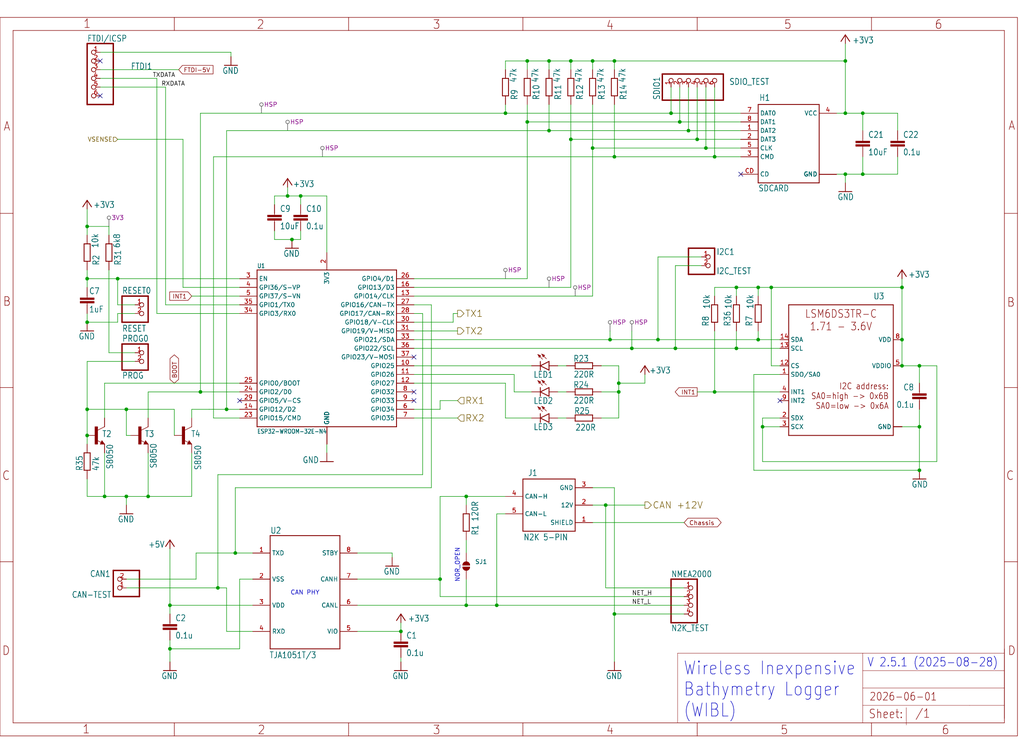
<source format=kicad_sch>
(kicad_sch (version 20250114) (generator "eeschema") (generator_version "9.0")
  (paper "User" 298.45 217.322)
  (text "Wireless Inexpensive\nBathymetry Logger\n(WIBL)" (at 199.136 209.55 0) (effects (font (size 3.81 3.2385)) (justify left bottom)))
  (text "V 2.5.1 (2025-08-28)" (at 252.73 194.818 0) (effects (font (size 2.54 2.159)) (justify left bottom)))
  (text "CAN PHY" (at 88.9 172.974 0) (effects (font (size 1.27 1.27))))
  (text "NOR_OPEN" (at 133.35 164.846 90) (effects (font (size 1.27 1.27))))
  (junction (at 83.82 57.15))
  (junction (at 179.07 179.07))
  (junction (at 196.85 101.6))
  (junction (at 85.09 69.85))
  (junction (at 267.97 124.46))
  (junction (at 177.8 99.06))
  (junction (at 191.77 99.06))
  (junction (at 262.89 106.68))
  (junction (at 25.4 81.28))
  (junction (at 262.89 99.06))
  (junction (at 200.66 38.1))
  (junction (at 179.07 45.72))
  (junction (at 25.4 127))
  (junction (at 43.18 144.78))
  (junction (at 153.67 35.56))
  (junction (at 214.63 101.6))
  (junction (at 63.5 171.45))
  (junction (at 184.15 101.6))
  (junction (at 166.37 17.78))
  (junction (at 128.27 168.91))
  (junction (at 153.67 17.78))
  (junction (at 176.53 147.32))
  (junction (at 68.58 161.29))
  (junction (at 251.46 50.8))
  (junction (at 25.4 119.38))
  (junction (at 198.12 35.56))
  (junction (at 135.89 144.78))
  (junction (at 246.38 50.8))
  (junction (at 166.37 40.64))
  (junction (at 220.98 99.06))
  (junction (at 203.2 40.64))
  (junction (at 172.72 43.18))
  (junction (at 58.42 114.3))
  (junction (at 267.97 106.68))
  (junction (at 195.58 33.02))
  (junction (at 180.34 111.76))
  (junction (at 224.79 83.82))
  (junction (at 144.78 176.53))
  (junction (at 49.53 189.23))
  (junction (at 267.97 137.16))
  (junction (at 36.83 119.38))
  (junction (at 222.25 124.46))
  (junction (at 180.34 114.3))
  (junction (at 87.63 57.15))
  (junction (at 25.4 66.04))
  (junction (at 172.72 17.78))
  (junction (at 208.28 114.3))
  (junction (at 36.83 144.78))
  (junction (at 214.63 83.82))
  (junction (at 66.04 119.38))
  (junction (at 25.4 93.98))
  (junction (at 160.02 17.78))
  (junction (at 205.74 43.18))
  (junction (at 34.29 81.28))
  (junction (at 251.46 33.02))
  (junction (at 262.89 83.82))
  (junction (at 160.02 38.1))
  (junction (at 147.32 33.02))
  (junction (at 135.89 176.53))
  (junction (at 246.38 33.02))
  (junction (at 179.07 17.78))
  (junction (at 208.28 45.72))
  (junction (at 49.53 176.53))
  (junction (at 220.98 83.82))
  (junction (at 30.48 144.78))
  (junction (at 246.38 17.78))
  (junction (at 116.84 184.15))
  (no_connect (at 227.33 116.84))
  (no_connect (at 120.65 114.3))
  (no_connect (at 120.65 116.84))
  (no_connect (at 215.9 50.8))
  (no_connect (at 120.65 104.14))
  (no_connect (at 29.21 27.94))
  (no_connect (at 29.21 17.78))
  (no_connect (at 69.85 116.84))
  (wire (pts (xy 214.63 101.6) (xy 227.33 101.6)) (stroke (width 0.1524)))
  (wire (pts (xy 34.29 91.44) (xy 34.29 93.98)) (stroke (width 0.1524)))
  (wire (pts (xy 196.85 77.47) (xy 196.85 101.6)) (stroke (width 0.1524)))
  (wire (pts (xy 133.35 121.92) (xy 120.65 121.92)) (stroke (width 0.1524)))
  (wire (pts (xy 220.98 99.06) (xy 227.33 99.06)) (stroke (width 0.1524)))
  (wire (pts (xy 30.48 111.76) (xy 69.85 111.76)) (stroke (width 0.1524)))
  (wire (pts (xy 246.38 17.78) (xy 246.38 33.02)) (stroke (width 0.1524)))
  (wire (pts (xy 25.4 129.54) (xy 25.4 127)) (stroke (width 0.1524)))
  (wire (pts (xy 69.85 88.9) (xy 48.26 88.9)) (stroke (width 0.1524)))
  (wire (pts (xy 133.35 96.52) (xy 120.65 96.52)) (stroke (width 0.1524)))
  (wire (pts (xy 63.5 138.43) (xy 63.5 171.45)) (stroke (width 0.1524)))
  (wire (pts (xy 34.29 81.28) (xy 69.85 81.28)) (stroke (width 0.1524)))
  (wire (pts (xy 262.89 106.68) (xy 262.89 99.06)) (stroke (width 0.1524)))
  (wire (pts (xy 162.56 106.68) (xy 165.1 106.68)) (stroke (width 0.1524)))
  (wire (pts (xy 66.04 171.45) (xy 66.04 184.15)) (stroke (width 0.1524)))
  (wire (pts (xy 195.58 25.4) (xy 195.58 33.02)) (stroke (width 0.1524)))
  (wire (pts (xy 36.83 127) (xy 36.83 119.38)) (stroke (width 0.1524)))
  (wire (pts (xy 166.37 17.78) (xy 172.72 17.78)) (stroke (width 0.1524)))
  (wire (pts (xy 123.19 138.43) (xy 63.5 138.43)) (stroke (width 0.1524)))
  (wire (pts (xy 153.67 17.78) (xy 160.02 17.78)) (stroke (width 0.1524)))
  (wire (pts (xy 199.39 179.07) (xy 179.07 179.07)) (stroke (width 0.1524)))
  (wire (pts (xy 199.39 173.99) (xy 128.27 173.99)) (stroke (width 0.1524)))
  (wire (pts (xy 172.72 17.78) (xy 179.07 17.78)) (stroke (width 0.1524)))
  (wire (pts (xy 29.21 25.4) (xy 48.26 25.4)) (stroke (width 0.1524)))
  (wire (pts (xy 43.18 132.08) (xy 43.18 144.78)) (stroke (width 0.1524)))
  (wire (pts (xy 144.78 149.86) (xy 147.32 149.86)) (stroke (width 0.1524)))
  (wire (pts (xy 246.38 33.02) (xy 243.84 33.02)) (stroke (width 0.1524)))
  (wire (pts (xy 66.04 184.15) (xy 73.66 184.15)) (stroke (width 0.1524)))
  (wire (pts (xy 147.32 17.78) (xy 153.67 17.78)) (stroke (width 0.1524)))
  (wire (pts (xy 198.12 25.4) (xy 198.12 35.56)) (stroke (width 0.1524)))
  (wire (pts (xy 104.14 176.53) (xy 135.89 176.53)) (stroke (width 0.1524)))
  (wire (pts (xy 125.73 88.9) (xy 120.65 88.9)) (stroke (width 0.1524)))
  (wire (pts (xy 172.72 43.18) (xy 205.74 43.18)) (stroke (width 0.1524)))
  (wire (pts (xy 87.63 59.69) (xy 87.63 57.15)) (stroke (width 0.1524)))
  (wire (pts (xy 30.48 121.92) (xy 30.48 111.76)) (stroke (width 0.1524)))
  (wire (pts (xy 114.3 161.29) (xy 114.3 162.56)) (stroke (width 0.1524)))
  (wire (pts (xy 29.21 20.32) (xy 52.07 20.32)) (stroke (width 0.1524)))
  (wire (pts (xy 208.28 96.52) (xy 208.28 114.3)) (stroke (width 0.1524)))
  (wire (pts (xy 43.18 114.3) (xy 43.18 121.92)) (stroke (width 0.1524)))
  (wire (pts (xy 125.73 142.24) (xy 125.73 88.9)) (stroke (width 0.1524)))
  (wire (pts (xy 85.09 69.85) (xy 87.63 69.85)) (stroke (width 0.1524)))
  (wire (pts (xy 220.98 83.82) (xy 224.79 83.82)) (stroke (width 0.1524)))
  (wire (pts (xy 116.84 184.15) (xy 116.84 181.61)) (stroke (width 0.1524)))
  (wire (pts (xy 80.01 67.31) (xy 80.01 69.85)) (stroke (width 0.1524)))
  (wire (pts (xy 208.28 83.82) (xy 208.28 86.36)) (stroke (width 0.1524)))
  (wire (pts (xy 191.77 74.93) (xy 191.77 99.06)) (stroke (width 0.1524)))
  (wire (pts (xy 176.53 147.32) (xy 176.53 171.45)) (stroke (width 0.1524)))
  (wire (pts (xy 120.65 83.82) (xy 166.37 83.82)) (stroke (width 0.1524)))
  (wire (pts (xy 273.05 106.68) (xy 267.97 106.68)) (stroke (width 0.1524)))
  (wire (pts (xy 179.07 179.07) (xy 179.07 193.04)) (stroke (width 0.1524)))
  (wire (pts (xy 49.53 189.23) (xy 49.53 193.04)) (stroke (width 0.1524)))
  (wire (pts (xy 135.89 176.53) (xy 144.78 176.53)) (stroke (width 0.1524)))
  (wire (pts (xy 25.4 139.7) (xy 25.4 144.78)) (stroke (width 0.1524)))
  (wire (pts (xy 160.02 30.48) (xy 160.02 38.1)) (stroke (width 0.1524)))
  (wire (pts (xy 262.89 99.06) (xy 262.89 83.82)) (stroke (width 0.1524)))
  (wire (pts (xy 246.38 50.8) (xy 251.46 50.8)) (stroke (width 0.1524)))
  (wire (pts (xy 160.02 38.1) (xy 200.66 38.1)) (stroke (width 0.1524)))
  (wire (pts (xy 200.66 38.1) (xy 215.9 38.1)) (stroke (width 0.1524)))
  (wire (pts (xy 104.14 161.29) (xy 114.3 161.29)) (stroke (width 0.1524)))
  (wire (pts (xy 25.4 127) (xy 25.4 119.38)) (stroke (width 0.1524)))
  (wire (pts (xy 261.62 50.8) (xy 261.62 45.72)) (stroke (width 0.1524)))
  (wire (pts (xy 220.98 99.06) (xy 191.77 99.06)) (stroke (width 0.1524)))
  (wire (pts (xy 172.72 147.32) (xy 176.53 147.32)) (stroke (width 0.1524)))
  (wire (pts (xy 267.97 119.38) (xy 267.97 124.46)) (stroke (width 0.1524)))
  (wire (pts (xy 205.74 25.4) (xy 205.74 43.18)) (stroke (width 0.1524)))
  (wire (pts (xy 87.63 69.85) (xy 87.63 67.31)) (stroke (width 0.1524)))
  (wire (pts (xy 227.33 109.22) (xy 219.71 109.22)) (stroke (width 0.1524)))
  (wire (pts (xy 179.07 45.72) (xy 208.28 45.72)) (stroke (width 0.1524)))
  (wire (pts (xy 246.38 33.02) (xy 251.46 33.02)) (stroke (width 0.1524)))
  (wire (pts (xy 36.83 144.78) (xy 30.48 144.78)) (stroke (width 0.1524)))
  (wire (pts (xy 273.05 134.62) (xy 273.05 106.68)) (stroke (width 0.1524)))
  (wire (pts (xy 180.34 121.92) (xy 175.26 121.92)) (stroke (width 0.1524)))
  (wire (pts (xy 180.34 111.76) (xy 187.96 111.76)) (stroke (width 0.1524)))
  (wire (pts (xy 135.89 168.91) (xy 135.89 176.53)) (stroke (width 0.1524)))
  (wire (pts (xy 147.32 111.76) (xy 120.65 111.76)) (stroke (width 0.1524)))
  (wire (pts (xy 177.8 99.06) (xy 191.77 99.06)) (stroke (width 0.1524)))
  (wire (pts (xy 208.28 45.72) (xy 215.9 45.72)) (stroke (width 0.1524)))
  (wire (pts (xy 30.48 144.78) (xy 25.4 144.78)) (stroke (width 0.1524)))
  (wire (pts (xy 80.01 59.69) (xy 80.01 57.15)) (stroke (width 0.1524)))
  (wire (pts (xy 43.18 144.78) (xy 36.83 144.78)) (stroke (width 0.1524)))
  (wire (pts (xy 179.07 30.48) (xy 179.07 45.72)) (stroke (width 0.1524)))
  (wire (pts (xy 60.96 119.38) (xy 66.04 119.38)) (stroke (width 0.1524)))
  (wire (pts (xy 222.25 124.46) (xy 222.25 134.62)) (stroke (width 0.1524)))
  (wire (pts (xy 57.15 161.29) (xy 57.15 168.91)) (stroke (width 0.1524)))
  (wire (pts (xy 25.4 66.04) (xy 25.4 60.96)) (stroke (width 0.1524)))
  (wire (pts (xy 267.97 137.16) (xy 219.71 137.16)) (stroke (width 0.1524)))
  (wire (pts (xy 219.71 137.16) (xy 219.71 109.22)) (stroke (width 0.1524)))
  (wire (pts (xy 246.38 50.8) (xy 246.38 53.34)) (stroke (width 0.1524)))
  (wire (pts (xy 62.23 121.92) (xy 69.85 121.92)) (stroke (width 0.1524)))
  (wire (pts (xy 261.62 33.02) (xy 261.62 38.1)) (stroke (width 0.1524)))
  (wire (pts (xy 214.63 101.6) (xy 214.63 96.52)) (stroke (width 0.1524)))
  (wire (pts (xy 267.97 137.16) (xy 267.97 124.46)) (stroke (width 0.1524)))
  (wire (pts (xy 39.37 102.87) (xy 31.75 102.87)) (stroke (width 0.1524)))
  (wire (pts (xy 180.34 111.76) (xy 180.34 114.3)) (stroke (width 0.1524)))
  (wire (pts (xy 83.82 57.15) (xy 87.63 57.15)) (stroke (width 0.1524)))
  (wire (pts (xy 184.15 96.52) (xy 184.15 101.6)))
  (wire (pts (xy 153.67 35.56) (xy 198.12 35.56)) (stroke (width 0.1524)))
  (wire (pts (xy 172.72 43.18) (xy 172.72 86.36)) (stroke (width 0.1524)))
  (wire (pts (xy 34.29 93.98) (xy 25.4 93.98)) (stroke (width 0.1524)))
  (wire (pts (xy 214.63 101.6) (xy 196.85 101.6)) (stroke (width 0.1524)))
  (wire (pts (xy 147.32 20.32) (xy 147.32 17.78)) (stroke (width 0.1524)))
  (wire (pts (xy 135.89 144.78) (xy 147.32 144.78)) (stroke (width 0.1524)))
  (wire (pts (xy 128.27 116.84) (xy 128.27 119.38)) (stroke (width 0.1524)))
  (wire (pts (xy 53.34 40.64) (xy 53.34 83.82)))
  (wire (pts (xy 55.88 119.38) (xy 60.96 119.38)))
  (wire (pts (xy 83.82 54.61) (xy 83.82 57.15)) (stroke (width 0.1524)))
  (wire (pts (xy 267.97 106.68) (xy 262.89 106.68)) (stroke (width 0.1524)))
  (wire (pts (xy 214.63 83.82) (xy 220.98 83.82)) (stroke (width 0.1524)))
  (wire (pts (xy 227.33 124.46) (xy 222.25 124.46)) (stroke (width 0.1524)))
  (wire (pts (xy 172.72 142.24) (xy 179.07 142.24)) (stroke (width 0.1524)))
  (wire (pts (xy 175.26 114.3) (xy 180.34 114.3)) (stroke (width 0.1524)))
  (wire (pts (xy 208.28 114.3) (xy 203.2 114.3)) (stroke (width 0.1524)))
  (wire (pts (xy 177.8 96.52) (xy 177.8 99.06)) (stroke (width 0.1524)))
  (wire (pts (xy 204.47 77.47) (xy 196.85 77.47)) (stroke (width 0.1524)))
  (wire (pts (xy 80.01 69.85) (xy 85.09 69.85)) (stroke (width 0.1524)))
  (wire (pts (xy 128.27 144.78) (xy 135.89 144.78)) (stroke (width 0.1524)))
  (wire (pts (xy 25.4 91.44) (xy 25.4 93.98)) (stroke (width 0.1524)))
  (wire (pts (xy 31.75 66.04) (xy 25.4 66.04)) (stroke (width 0.1524)))
  (wire (pts (xy 166.37 40.64) (xy 203.2 40.64)) (stroke (width 0.1524)))
  (wire (pts (xy 30.48 132.08) (xy 30.48 144.78)) (stroke (width 0.1524)))
  (wire (pts (xy 208.28 25.4) (xy 208.28 45.72)) (stroke (width 0.1524)))
  (wire (pts (xy 208.28 114.3) (xy 227.33 114.3)) (stroke (width 0.1524)))
  (wire (pts (xy 68.58 161.29) (xy 57.15 161.29)) (stroke (width 0.1524)))
  (wire (pts (xy 43.18 114.3) (xy 58.42 114.3)) (stroke (width 0.1524)))
  (wire (pts (xy 267.97 111.76) (xy 267.97 106.68)) (stroke (width 0.1524)))
  (wire (pts (xy 25.4 119.38) (xy 25.4 105.41)) (stroke (width 0.1524)))
  (wire (pts (xy 68.58 161.29) (xy 73.66 161.29)) (stroke (width 0.1524)))
  (wire (pts (xy 199.39 176.53) (xy 144.78 176.53)) (stroke (width 0.1524)))
  (wire (pts (xy 104.14 168.91) (xy 128.27 168.91)) (stroke (width 0.1524)))
  (wire (pts (xy 25.4 81.28) (xy 25.4 83.82)) (stroke (width 0.1524)))
  (wire (pts (xy 50.8 127) (xy 50.8 119.38)) (stroke (width 0.1524)))
  (wire (pts (xy 166.37 20.32) (xy 166.37 17.78)) (stroke (width 0.1524)))
  (wire (pts (xy 120.65 99.06) (xy 177.8 99.06)) (stroke (width 0.1524)))
  (wire (pts (xy 220.98 86.36) (xy 220.98 83.82)) (stroke (width 0.1524)))
  (wire (pts (xy 66.04 38.1) (xy 160.02 38.1)) (stroke (width 0.1524)))
  (wire (pts (xy 162.56 121.92) (xy 165.1 121.92)) (stroke (width 0.1524)))
  (wire (pts (xy 36.83 147.32) (xy 36.83 144.78)) (stroke (width 0.1524)))
  (wire (pts (xy 262.89 83.82) (xy 224.79 83.82)) (stroke (width 0.1524)))
  (wire (pts (xy 267.97 124.46) (xy 262.89 124.46)) (stroke (width 0.1524)))
  (wire (pts (xy 214.63 86.36) (xy 214.63 83.82)) (stroke (width 0.1524)))
  (wire (pts (xy 199.39 171.45) (xy 176.53 171.45)) (stroke (width 0.1524)))
  (wire (pts (xy 34.29 40.64) (xy 53.34 40.64)))
  (wire (pts (xy 224.79 106.68) (xy 224.79 83.82)) (stroke (width 0.1524)))
  (wire (pts (xy 220.98 99.06) (xy 220.98 96.52)) (stroke (width 0.1524)))
  (wire (pts (xy 204.47 74.93) (xy 191.77 74.93)) (stroke (width 0.1524)))
  (wire (pts (xy 48.26 25.4) (xy 48.26 88.9)) (stroke (width 0.1524)))
  (wire (pts (xy 147.32 121.92) (xy 147.32 111.76)) (stroke (width 0.1524)))
  (wire (pts (xy 69.85 91.44) (xy 45.72 91.44)) (stroke (width 0.1524)))
  (wire (pts (xy 116.84 193.04) (xy 116.84 191.77)) (stroke (width 0.1524)))
  (wire (pts (xy 147.32 30.48) (xy 147.32 33.02)) (stroke (width 0.1524)))
  (wire (pts (xy 87.63 57.15) (xy 95.25 57.15)) (stroke (width 0.1524)))
  (wire (pts (xy 43.18 144.78) (xy 55.88 144.78)) (stroke (width 0.1524)))
  (wire (pts (xy 251.46 33.02) (xy 261.62 33.02)) (stroke (width 0.1524)))
  (wire (pts (xy 175.26 106.68) (xy 180.34 106.68)) (stroke (width 0.1524)))
  (wire (pts (xy 36.83 119.38) (xy 25.4 119.38)) (stroke (width 0.1524)))
  (wire (pts (xy 135.89 157.48) (xy 135.89 161.29)) (stroke (width 0.1524)))
  (wire (pts (xy 135.89 147.32) (xy 135.89 144.78)) (stroke (width 0.1524)))
  (wire (pts (xy 132.08 93.98) (xy 120.65 93.98)) (stroke (width 0.1524)))
  (wire (pts (xy 58.42 114.3) (xy 58.42 33.02)) (stroke (width 0.1524)))
  (wire (pts (xy 49.53 186.69) (xy 49.53 189.23)) (stroke (width 0.1524)))
  (wire (pts (xy 36.83 119.38) (xy 50.8 119.38)) (stroke (width 0.1524)))
  (wire (pts (xy 39.37 91.44) (xy 34.29 91.44)) (stroke (width 0.1524)))
  (wire (pts (xy 62.23 45.72) (xy 179.07 45.72)) (stroke (width 0.1524)))
  (wire (pts (xy 128.27 119.38) (xy 120.65 119.38)) (stroke (width 0.1524)))
  (wire (pts (xy 104.14 184.15) (xy 116.84 184.15)) (stroke (width 0.1524)))
  (wire (pts (xy 68.58 142.24) (xy 68.58 161.29)) (stroke (width 0.1524)))
  (wire (pts (xy 49.53 176.53) (xy 73.66 176.53)) (stroke (width 0.1524)))
  (wire (pts (xy 25.4 78.74) (xy 25.4 81.28)) (stroke (width 0.1524)))
  (wire (pts (xy 166.37 40.64) (xy 166.37 83.82)) (stroke (width 0.1524)))
  (wire (pts (xy 166.37 30.48) (xy 166.37 40.64)) (stroke (width 0.1524)))
  (wire (pts (xy 128.27 168.91) (xy 128.27 144.78)) (stroke (width 0.1524)))
  (wire (pts (xy 69.85 168.91) (xy 69.85 189.23)) (stroke (width 0.1524)))
  (wire (pts (xy 69.85 86.36) (xy 55.88 86.36)) (stroke (width 0.1524)))
  (wire (pts (xy 180.34 114.3) (xy 180.34 121.92)) (stroke (width 0.1524)))
  (wire (pts (xy 222.25 134.62) (xy 273.05 134.62)) (stroke (width 0.1524)))
  (wire (pts (xy 149.86 109.22) (xy 149.86 114.3)) (stroke (width 0.1524)))
  (wire (pts (xy 227.33 106.68) (xy 224.79 106.68)) (stroke (width 0.1524)))
  (wire (pts (xy 120.65 81.28) (xy 153.67 81.28)) (stroke (width 0.1524)))
  (wire (pts (xy 144.78 176.53) (xy 144.78 149.86)) (stroke (width 0.1524)))
  (wire (pts (xy 153.67 30.48) (xy 153.67 35.56)) (stroke (width 0.1524)))
  (wire (pts (xy 125.73 142.24) (xy 68.58 142.24)) (stroke (width 0.1524)))
  (wire (pts (xy 39.37 88.9) (xy 34.29 88.9)) (stroke (width 0.1524)))
  (wire (pts (xy 73.66 168.91) (xy 69.85 168.91)) (stroke (width 0.1524)))
  (wire (pts (xy 29.21 22.86) (xy 45.72 22.86)) (stroke (width 0.1524)))
  (wire (pts (xy 262.89 83.82) (xy 262.89 81.28)) (stroke (width 0.1524)))
  (wire (pts (xy 187.96 111.76) (xy 187.96 109.22)) (stroke (width 0.1524)))
  (wire (pts (xy 49.53 189.23) (xy 69.85 189.23)) (stroke (width 0.1524)))
  (wire (pts (xy 128.27 116.84) (xy 133.35 116.84)) (stroke (width 0.1524)))
  (wire (pts (xy 34.29 81.28) (xy 25.4 81.28)) (stroke (width 0.1524)))
  (wire (pts (xy 36.83 171.45) (xy 63.5 171.45)) (stroke (width 0.1524)))
  (wire (pts (xy 154.94 106.68) (xy 120.65 106.68)) (stroke (width 0.1524)))
  (wire (pts (xy 222.25 121.92) (xy 222.25 124.46)) (stroke (width 0.1524)))
  (wire (pts (xy 179.07 142.24) (xy 179.07 179.07)) (stroke (width 0.1524)))
  (wire (pts (xy 198.12 35.56) (xy 215.9 35.56)) (stroke (width 0.1524)))
  (wire (pts (xy 63.5 171.45) (xy 66.04 171.45)) (stroke (width 0.1524)))
  (wire (pts (xy 246.38 17.78) (xy 246.38 12.7)) (stroke (width 0.1524)))
  (wire (pts (xy 132.08 91.44) (xy 133.35 91.44)) (stroke (width 0.1524)))
  (wire (pts (xy 162.56 114.3) (xy 165.1 114.3)) (stroke (width 0.1524)))
  (wire (pts (xy 69.85 119.38) (xy 66.04 119.38)) (stroke (width 0.1524)))
  (wire (pts (xy 214.63 83.82) (xy 208.28 83.82)) (stroke (width 0.1524)))
  (wire (pts (xy 123.19 138.43) (xy 123.19 91.44)) (stroke (width 0.1524)))
  (wire (pts (xy 205.74 43.18) (xy 215.9 43.18)) (stroke (width 0.1524)))
  (wire (pts (xy 251.46 50.8) (xy 261.62 50.8)) (stroke (width 0.1524)))
  (wire (pts (xy 153.67 35.56) (xy 153.67 81.28)) (stroke (width 0.1524)))
  (wire (pts (xy 160.02 17.78) (xy 166.37 17.78)) (stroke (width 0.1524)))
  (wire (pts (xy 172.72 30.48) (xy 172.72 43.18)) (stroke (width 0.1524)))
  (wire (pts (xy 243.84 50.8) (xy 246.38 50.8)) (stroke (width 0.1524)))
  (wire (pts (xy 55.88 132.08) (xy 55.88 144.78)) (stroke (width 0.1524)))
  (wire (pts (xy 123.19 91.44) (xy 120.65 91.44)) (stroke (width 0.1524)))
  (wire (pts (xy 57.15 168.91) (xy 36.83 168.91)) (stroke (width 0.1524)))
  (wire (pts (xy 184.15 101.6) (xy 196.85 101.6)) (stroke (width 0.1524)))
  (wire (pts (xy 69.85 114.3) (xy 58.42 114.3)) (stroke (width 0.1524)))
  (wire (pts (xy 203.2 25.4) (xy 203.2 40.64)) (stroke (width 0.1524)))
  (wire (pts (xy 195.58 33.02) (xy 215.9 33.02)) (stroke (width 0.1524)))
  (wire (pts (xy 179.07 17.78) (xy 246.38 17.78)) (stroke (width 0.1524)))
  (wire (pts (xy 120.65 86.36) (xy 172.72 86.36)) (stroke (width 0.1524)))
  (wire (pts (xy 69.85 83.82) (xy 53.34 83.82)) (stroke (width 0.1524)))
  (wire (pts (xy 153.67 20.32) (xy 153.67 17.78)) (stroke (width 0.1524)))
  (wire (pts (xy 180.34 106.68) (xy 180.34 111.76)) (stroke (width 0.1524)))
  (wire (pts (xy 31.75 102.87) (xy 31.75 78.74)) (stroke (width 0.1524)))
  (wire (pts (xy 147.32 33.02) (xy 195.58 33.02)) (stroke (width 0.1524)))
  (wire (pts (xy 160.02 20.32) (xy 160.02 17.78)) (stroke (width 0.1524)))
  (wire (pts (xy 55.88 121.92) (xy 55.88 119.38)))
  (wire (pts (xy 120.65 101.6) (xy 184.15 101.6)))
  (wire (pts (xy 172.72 20.32) (xy 172.72 17.78)) (stroke (width 0.1524)))
  (wire (pts (xy 199.39 152.4) (xy 172.72 152.4)))
  (wire (pts (xy 67.31 15.24) (xy 67.31 16.51)) (stroke (width 0.1524)))
  (wire (pts (xy 147.32 121.92) (xy 154.94 121.92)) (stroke (width 0.1524)))
  (wire (pts (xy 251.46 45.72) (xy 251.46 50.8)) (stroke (width 0.1524)))
  (wire (pts (xy 132.08 91.44) (xy 132.08 93.98)) (stroke (width 0.1524)))
  (wire (pts (xy 45.72 22.86) (xy 45.72 91.44)) (stroke (width 0.1524)))
  (wire (pts (xy 128.27 173.99) (xy 128.27 168.91)) (stroke (width 0.1524)))
  (wire (pts (xy 25.4 105.41) (xy 39.37 105.41)) (stroke (width 0.1524)))
  (wire (pts (xy 31.75 68.58) (xy 31.75 66.04)) (stroke (width 0.1524)))
  (wire (pts (xy 49.53 176.53) (xy 49.53 160.02)) (stroke (width 0.1524)))
  (wire (pts (xy 25.4 68.58) (xy 25.4 66.04)) (stroke (width 0.1524)))
  (wire (pts (xy 179.07 20.32) (xy 179.07 17.78)) (stroke (width 0.1524)))
  (wire (pts (xy 66.04 119.38) (xy 66.04 38.1)) (stroke (width 0.1524)))
  (wire (pts (xy 58.42 33.02) (xy 147.32 33.02)) (stroke (width 0.1524)))
  (wire (pts (xy 80.01 57.15) (xy 83.82 57.15)) (stroke (width 0.1524)))
  (wire (pts (xy 176.53 147.32) (xy 187.96 147.32)) (stroke (width 0.1524)))
  (wire (pts (xy 227.33 121.92) (xy 222.25 121.92)) (stroke (width 0.1524)))
  (wire (pts (xy 95.25 132.08) (xy 95.25 129.54)) (stroke (width 0.1524)))
  (wire (pts (xy 29.21 15.24) (xy 67.31 15.24)))
  (wire (pts (xy 62.23 45.72) (xy 62.23 121.92)) (stroke (width 0.1524)))
  (wire (pts (xy 49.53 179.07) (xy 49.53 176.53)) (stroke (width 0.1524)))
  (wire (pts (xy 203.2 40.64) (xy 215.9 40.64)) (stroke (width 0.1524)))
  (wire (pts (xy 36.83 127) (xy 38.1 127)) (stroke (width 0.1524)))
  (wire (pts (xy 200.66 25.4) (xy 200.66 38.1)) (stroke (width 0.1524)))
  (wire (pts (xy 149.86 114.3) (xy 154.94 114.3)) (stroke (width 0.1524)))
  (wire (pts (xy 95.25 57.15) (xy 95.25 73.66)) (stroke (width 0.1524)))
  (wire (pts (xy 251.46 38.1) (xy 251.46 33.02)) (stroke (width 0.1524)))
  (wire (pts (xy 34.29 88.9) (xy 34.29 81.28)) (stroke (width 0.1524)))
  (wire (pts (xy 149.86 109.22) (xy 120.65 109.22)) (stroke (width 0.1524)))
  (label "RXDATA" (at 46.99 25.4 0) (effects (font (size 1.2446 1.2446))))
  (label "TXDATA" (at 44.45 22.86 0) (effects (font (size 1.2446 1.2446))))
  (label "NET_H" (at 184.15 173.99 0))
  (label "NET_L" (at 184.15 176.53 0))
  (global_label "INT1" (shape input) (at 55.88 86.36 180) (effects (font (size 1.2446 1.2446))) (property "Intersheetrefs" "${INTERSHEET_REFS}" (effects (hide yes))))
  (global_label "INT1" (shape output) (at 203.2 114.3 180) (effects (font (size 1.2446 1.2446))) (property "Intersheetrefs" "${INTERSHEET_REFS}" (effects (hide yes))))
  (global_label "BOOT" (shape bidirectional) (at 50.8 111.76 90) (effects (font (size 1.2446 1.2446))) (property "Intersheetrefs" "${INTERSHEET_REFS}" (effects (hide yes))))
  (global_label "Chassis" (shape bidirectional) (at 199.39 152.4 0) (property "Intersheetrefs" "${INTERSHEET_REFS}" (effects (hide yes))))
  (global_label "FTDI-5V" (shape input) (at 52.07 20.32 0) (effects (font (size 1.2446 1.2446))) (property "Intersheetrefs" "${INTERSHEET_REFS}" (effects (hide yes))))
  (hierarchical_label "TX1" (shape output) (at 133.35 91.44 0) (effects (font (size 1.905 1.905))))
  (hierarchical_label "RX1" (shape input) (at 133.35 116.84 0) (effects (font (size 1.905 1.905))))
  (hierarchical_label "RX2" (shape input) (at 133.35 121.92 0) (effects (font (size 1.905 1.905))))
  (hierarchical_label "CAN +12V" (shape output) (at 187.96 147.32 0) (effects (font (size 1.905 1.905))))
  (hierarchical_label "TX2" (shape output) (at 133.35 96.52 0) (effects (font (size 1.905 1.905))))
  (hierarchical_label "VSENSE" (shape input) (at 34.29 40.64 180))
  (netclass_flag "" (length 2.54) (shape round) (at 160.02 83.82 0) (property "Netclass" "HSP" (at 160.7185 81.28 0) (effects (justify left))))
  (netclass_flag "" (length 2.54) (shape round) (at 93.98 45.72 0) (property "Netclass" "HSP" (at 94.6785 43.18 0) (effects (justify left))))
  (netclass_flag "" (length 2.54) (shape round) (at 83.82 38.1 0) (property "Netclass" "HSP" (at 84.5185 35.56 0) (effects (justify left))))
  (netclass_flag "" (length 2.54) (shape round) (at 31.75 66.04 0) (property "Netclass" "3V3" (at 32.4485 63.5 0) (effects (justify left))))
  (netclass_flag "" (length 2.54) (shape round) (at 177.8 96.52 0) (property "Netclass" "HSP" (at 178.4985 93.98 0) (effects (justify left))))
  (netclass_flag "" (length 2.54) (shape round) (at 167.64 86.36 0) (property "Netclass" "HSP" (at 168.3385 83.82 0) (effects (justify left))))
  (netclass_flag "" (length 2.54) (shape round) (at 76.2 33.02 0) (property "Netclass" "HSP" (at 76.8985 30.48 0) (effects (justify left))))
  (netclass_flag "" (length 2.54) (shape round) (at 184.15 96.52 0) (property "Netclass" "HSP" (at 184.8485 93.98 0) (effects (justify left))))
  (netclass_flag "" (length 2.54) (shape round) (at 147.32 81.28 0) (property "Netclass" "HSP" (at 148.0185 78.74 0) (effects (justify left))))
  (symbol (lib_id "WIBL-eagle-import:rcl_R-EU_R0805") (at 214.63 91.44 270) (mirror x) (unit 1)
    (property "Reference" "R36" (at 211.0486 95.25 0) (effects (font (size 1.778 1.5113)) (justify left bottom)))
    (property "Value" "10k" (at 211.328 90.17 0) (effects (font (size 1.778 1.5113)) (justify left bottom)))
    (property "Footprint" "WIBL:R0805_334" (effects (hide yes)))
    (property "Description" "Chip Resistor ±1% 0.125W, 1/8W  0805 (1012 Metric)" (effects (hide yes)))
  )
  (symbol (lib_id "WIBL-eagle-import:sb2030_logger_ESP32-WROOM-32E") (at 95.25 101.6 0) (unit 1)
    (property "Reference" "U1" (at 74.93 78.232 0) (effects (font (size 1.27 1.0795)) (justify left bottom)))
    (property "Value" "ESP32-WROOM-32E-N4" (at 74.93 126.492 0) (effects (font (size 1.27 1.0795)) (justify left bottom)))
    (property "Footprint" "WIBL:ESPS32-WROOM-32E" (effects (hide yes)))
    (property "Description" "2.4 GHz Wi-Fi + Bluetooth + Bluetooth LE module" (effects (hide yes)))
    (property "Package" "SMD,18x25.5mm" (effects (hide yes)))
    (property "Mfr" "ESPRESSIF" (effects (hide yes)))
    (property "MPNum" "ESP32-WROOM-32E-N4" (effects (hide yes)))
    (property "SPNum" "C701341" (effects (hide yes)))
    (property "Supplier" "LCSC" (effects (hide yes)))
  )
  (symbol (lib_id "WIBL-eagle-import:rcl_R-EU_R0805") (at 170.18 121.92 180) (unit 1)
    (property "Reference" "R25" (at 171.958 118.872 0) (effects (font (size 1.778 1.5113)) (justify left bottom)))
    (property "Value" "220R" (at 173.736 123.698 0) (effects (font (size 1.778 1.5113)) (justify left bottom)))
    (property "Footprint" "WIBL:R0805_334" (effects (hide yes)))
    (property "Description" "Chip Resistor ±1% 0.125W, 1/8W  0805 (1012 Metric)" (effects (hide yes)))
  )
  (symbol (lib_id "WIBL-eagle-import:supply1_GND") (at 85.09 72.39 0) (unit 1)
    (property "Reference" "#GND011" (effects (hide yes)))
    (property "Value" "GND" (at 82.55 74.93 0) (effects (font (size 1.778 1.5113)) (justify left bottom)))
    (property "Description" "SUPPLY SYMBOL" (effects (hide yes)))
  )
  (symbol (lib_id "WIBL-eagle-import:rcl_R-EU_R0805") (at 160.02 25.4 90) (unit 1)
    (property "Reference" "R11" (at 163.6014 29.21 0) (effects (font (size 1.778 1.5113)) (justify left bottom)))
    (property "Value" "47k" (at 163.322 24.13 0) (effects (font (size 1.778 1.5113)) (justify left bottom)))
    (property "Footprint" "WIBL:R0805_334" (effects (hide yes)))
    (property "Description" "Chip Resistor ±1% 0.125W, 1/8W  0805 (1012 Metric)" (effects (hide yes)))
  )
  (symbol (lib_id "WIBL-eagle-import:pinhead_PINHD-1X2") (at 41.91 105.41 0) (unit 1)
    (property "Reference" "PROG0" (at 35.56 99.695 0) (effects (font (size 1.778 1.5113)) (justify left bottom)))
    (property "Value" "PROG" (at 35.56 110.49 0) (effects (font (size 1.778 1.5113)) (justify left bottom)))
    (property "Footprint" "WIBL:1X02_325_254mm" (effects (hide yes)))
    (property "Description" "1x2_PIN MALE HEADER" (effects (hide yes)))
    (property "MPNum" "PZ254V-11-02P" (effects (hide yes)))
    (property "Mfr" "XFCN" (effects (hide yes)))
    (property "SPNum" "C492401" (effects (hide yes)))
    (property "Supplier" "LCSC" (effects (hide yes)))
  )
  (symbol (lib_id "WIBL-eagle-import:sb2030_logger_S8050") (at 27.94 127 0) (unit 1)
    (property "Reference" "T2" (at 29.718 127.508 0) (effects (font (size 1.778 1.5113)) (justify left bottom)))
    (property "Value" "S8050" (at 33.02 136.906 90) (effects (font (size 1.778 1.5113)) (justify left bottom)))
    (property "Footprint" "WIBL:SOT23_402" (effects (hide yes)))
    (property "Datasheet" "https://lcsc.com/datasheet/lcsc_datasheet_2410140957_HXY-MOSFET-S8050_C5184427.pdf" (effects (hide yes)))
    (property "Description" "25V 300mW 120@50mA,1V 500mA NPN SOT-23 Bipolar (BJT) ROHS" (effects (hide yes)))
    (property "Mfr" "HXY MOSFET" (effects (hide yes)))
    (property "MPNum" "S8050" (effects (hide yes)))
    (property "Package" "SOT-23" (effects (hide yes)))
    (property "Supplier" "LCSC" (effects (hide yes)))
    (property "SPNum" "C5184427" (effects (hide yes)))
  )
  (symbol (lib_id "WIBL-eagle-import:rcl_R-EU_R0805") (at 147.32 25.4 90) (unit 1)
    (property "Reference" "R9" (at 150.9014 29.21 0) (effects (font (size 1.778 1.5113)) (justify left bottom)))
    (property "Value" "47k" (at 150.622 24.13 0) (effects (font (size 1.778 1.5113)) (justify left bottom)))
    (property "Footprint" "WIBL:R0805_334" (effects (hide yes)))
    (property "Description" "Chip Resistor ±1% 0.125W, 1/8W  0805 (1012 Metric)" (effects (hide yes)))
  )
  (symbol (lib_id "WIBL-eagle-import:rcl_C-EUC0805") (at 25.4 86.36 0) (unit 1)
    (property "Reference" "C7" (at 25.908 85.852 0) (effects (font (size 1.778 1.5113)) (justify left bottom)))
    (property "Value" "1uF" (at 25.908 91.186 0) (effects (font (size 1.778 1.5113)) (justify left bottom)))
    (property "Footprint" "WIBL:C0805_334" (effects (hide yes)))
    (property "Description" "+/-10% 10V Ceramic Capacitor X5R 0805 (2012 Metric)" (effects (hide yes)))
  )
  (symbol (lib_id "WIBL-eagle-import:supply1_+3V3") (at 116.84 179.07 0) (unit 1)
    (property "Reference" "#+3V01" (effects (hide yes)))
    (property "Value" "+3V3" (at 118.872 181.356 0) (effects (font (size 1.778 1.5113)) (justify left bottom)))
    (property "Description" "SUPPLY SYMBOL" (effects (hide yes)))
  )
  (symbol (lib_id "WIBL-eagle-import:supply1_GND") (at 95.25 134.62 0) (unit 1)
    (property "Reference" "#GND09" (effects (hide yes)))
    (property "Value" "GND" (at 88.138 135.128 0) (effects (font (size 1.778 1.5113)) (justify left bottom)))
    (property "Description" "SUPPLY SYMBOL" (effects (hide yes)))
  )
  (symbol (lib_id "WIBL-eagle-import:sb2030_logger_XUNPU-MICROSD-SOCKET") (at 231.14 43.18 0) (unit 1)
    (property "Reference" "H1" (at 221.234 29.464 0) (effects (font (size 1.778 1.5113)) (justify left bottom)))
    (property "Value" "SDCARD" (at 220.98 55.88 0) (effects (font (size 1.778 1.5113)) (justify left bottom)))
    (property "Footprint" "WIBL:XUNPU-MICROSD-SOCKET" (effects (hide yes)))
    (property "Datasheet" "https://lcsc.com/datasheet/lcsc_datasheet_2411220217_XUNPU-TF-115_C266620.pdf" (effects (hide yes)))
    (property "Description" "-45℃~+85℃ 1.8mm Connector and Ejector MicroSD Card (TF Card) Push-Push SMD SD Card / Memory Card Connector" (effects (hide yes)))
    (property "Mfr" "XUNPU" (effects (hide yes)))
    (property "MPNum" "TF-115" (effects (hide yes)))
    (property "Supplier" "LCSC" (effects (hide yes)))
    (property "SPNum" "C266620" (effects (hide yes)))
  )
  (symbol (lib_id "WIBL-eagle-import:rcl_R-EU_R0805") (at 172.72 25.4 90) (unit 1)
    (property "Reference" "R13" (at 176.3014 29.21 0) (effects (font (size 1.778 1.5113)) (justify left bottom)))
    (property "Value" "47k" (at 176.022 24.13 0) (effects (font (size 1.778 1.5113)) (justify left bottom)))
    (property "Footprint" "WIBL:R0805_334" (effects (hide yes)))
    (property "Description" "Chip Resistor ±1% 0.125W, 1/8W  0805 (1012 Metric)" (effects (hide yes)))
  )
  (symbol (lib_id "WIBL-eagle-import:pinhead_PINHD-1X2") (at 34.29 168.91 180) (unit 1)
    (property "Reference" "CAN1" (at 32.258 166.37 0) (effects (font (size 1.778 1.5113)) (justify left bottom)))
    (property "Value" "CAN-TEST" (at 32.512 172.466 0) (effects (font (size 1.778 1.5113)) (justify left bottom)))
    (property "Footprint" "WIBL:1X02_325_254mm" (effects (hide yes)))
    (property "Description" "1x2_PIN MALE HEADER" (effects (hide yes)))
    (property "MPNum" "PZ254V-11-02P" (effects (hide yes)))
    (property "Mfr" "XFCN" (effects (hide yes)))
    (property "SPNum" "C492401" (effects (hide yes)))
    (property "Supplier" "LCSC" (effects (hide yes)))
  )
  (symbol (lib_id "WIBL-eagle-import:rcl_C-EUC0805") (at 49.53 181.61 0) (unit 1)
    (property "Reference" "C2" (at 51.054 181.229 0) (effects (font (size 1.778 1.5113)) (justify left bottom)))
    (property "Value" "0.1u" (at 51.054 186.309 0) (effects (font (size 1.778 1.5113)) (justify left bottom)))
    (property "Footprint" "WIBL:C0805_334" (effects (hide yes)))
    (property "Description" "+/-10% 10V Ceramic Capacitor X5R 0805 (2012 Metric)" (effects (hide yes)))
  )
  (symbol (lib_id "WIBL-eagle-import:rcl_R-EU_R0805") (at 208.28 91.44 270) (mirror x) (unit 1)
    (property "Reference" "R8" (at 204.6986 95.25 0) (effects (font (size 1.778 1.5113)) (justify left bottom)))
    (property "Value" "10k" (at 204.978 90.17 0) (effects (font (size 1.778 1.5113)) (justify left bottom)))
    (property "Footprint" "WIBL:R0805_334" (effects (hide yes)))
    (property "Description" "Chip Resistor ±1% 0.125W, 1/8W  0805 (1012 Metric)" (effects (hide yes)))
  )
  (symbol (lib_id "WIBL-eagle-import:supply1_GND") (at 36.83 149.86 0) (unit 1)
    (property "Reference" "#GND08" (effects (hide yes)))
    (property "Value" "GND" (at 34.29 152.4 0) (effects (font (size 1.778 1.5113)) (justify left bottom)))
    (property "Description" "SUPPLY SYMBOL" (effects (hide yes)))
  )
  (symbol (lib_id "WIBL-eagle-import:supply1_GND") (at 114.3 165.1 0) (unit 1)
    (property "Reference" "#GND017" (effects (hide yes)))
    (property "Value" "GND" (at 111.76 167.64 0) (effects (font (size 1.778 1.5113)) (justify left bottom)))
    (property "Description" "SUPPLY SYMBOL" (effects (hide yes)))
  )
  (symbol (lib_id "WIBL-eagle-import:supply1_+5V") (at 49.53 157.48 0) (unit 1)
    (property "Reference" "#P+02" (effects (hide yes)))
    (property "Value" "+5V" (at 43.18 159.766 0) (effects (font (size 1.778 1.5113)) (justify left bottom)))
    (property "Description" "SUPPLY SYMBOL" (effects (hide yes)))
  )
  (symbol (lib_id "WIBL-eagle-import:LSM6DS3TR-C_LSM6DS3TR-C") (at 245.11 101.6 0) (mirror y) (unit 1)
    (property "Reference" "U3" (at 257.81 87.376 0) (effects (font (size 1.778 1.5113)) (justify left bottom)))
    (property "Value" "LSM6DS3TR-C" (effects (hide yes)))
    (property "Footprint" "WIBL:LGA-14-2.5X3MM" (effects (hide yes)))
    (property "Datasheet" "https://lcsc.com/datasheet/lcsc_datasheet_2409291604_ST-LSM6DS3TR-C_C967633.pdf" (effects (hide yes)))
    (property "Description" "Accelerometer Gyroscope LGA-14(2.5x3) Accelerometers ROHS" (effects (hide yes)))
    (property "MPNum" "LSM6DS3TR-C" (effects (hide yes)))
    (property "Mfr" "ST" (effects (hide yes)))
    (property "Supplier" "LCSC" (effects (hide yes)))
    (property "SPNum" "C967633" (effects (hide yes)))
  )
  (symbol (lib_id "WIBL-eagle-import:pinhead_PINHD-1X2") (at 207.01 77.47 0) (unit 1)
    (property "Reference" "I2C1" (at 208.788 74.422 0) (effects (font (size 1.778 1.5113)) (justify left bottom)))
    (property "Value" "I2C_TEST" (at 208.788 80.01 0) (effects (font (size 1.778 1.5113)) (justify left bottom)))
    (property "Footprint" "WIBL:1X02_325_254mm" (effects (hide yes)))
    (property "Description" "1x2_PIN MALE HEADER" (effects (hide yes)))
    (property "MPNum" "PZ254V-11-02P" (effects (hide yes)))
    (property "Mfr" "XFCN" (effects (hide yes)))
    (property "SPNum" "C492401" (effects (hide yes)))
    (property "Supplier" "LCSC" (effects (hide yes)))
  )
  (symbol (lib_id "WIBL-eagle-import:supply1_+3V3") (at 262.89 78.74 0) (mirror y) (unit 1)
    (property "Reference" "#+3V08" (effects (hide yes)))
    (property "Value" "+3V3" (at 271.018 81.026 0) (effects (font (size 1.778 1.5113)) (justify left bottom)))
    (property "Description" "SUPPLY SYMBOL" (effects (hide yes)))
  )
  (symbol (lib_id "WIBL-eagle-import:pinhead_PINHD-1X4") (at 201.93 176.53 0) (unit 1)
    (property "Reference" "NMEA2000" (at 195.58 168.402 0) (effects (font (size 1.778 1.5113)) (justify left bottom)))
    (property "Value" "N2K_TEST" (at 195.58 184.15 0) (effects (font (size 1.778 1.5113)) (justify left bottom)))
    (property "Footprint" "WIBL:1X04_325_254mm" (effects (hide yes)))
    (property "Description" "1x4_PIN MALE HEADER" (effects (hide yes)))
    (property "MPNum" "PZ254V-11-04P" (effects (hide yes)))
    (property "Mfr" "XFCN" (effects (hide yes)))
    (property "SPNum" "C2691448" (effects (hide yes)))
    (property "Supplier" "LCSC" (effects (hide yes)))
  )
  (symbol (lib_id "WIBL-eagle-import:rcl_R-EU_R0805") (at 25.4 134.62 90) (unit 1)
    (property "Reference" "R35" (at 24.1554 137.414 0) (effects (font (size 1.778 1.5113)) (justify left bottom)))
    (property "Value" "47k" (at 28.956 137.414 0) (effects (font (size 1.778 1.5113)) (justify left bottom)))
    (property "Footprint" "WIBL:R0805_334" (effects (hide yes)))
    (property "Description" "Chip Resistor ±1% 0.125W, 1/8W  0805 (1012 Metric)" (effects (hide yes)))
  )
  (symbol (lib_id "WIBL-eagle-import:rcl_R-EU_R0805") (at 170.18 106.68 180) (unit 1)
    (property "Reference" "R23" (at 171.704 103.632 0) (effects (font (size 1.778 1.5113)) (justify left bottom)))
    (property "Value" "220R" (at 173.228 108.204 0) (effects (font (size 1.778 1.5113)) (justify left bottom)))
    (property "Footprint" "WIBL:R0805_334" (effects (hide yes)))
    (property "Description" "Chip Resistor ±1% 0.125W, 1/8W  0805 (1012 Metric)" (effects (hide yes)))
  )
  (symbol (lib_id "WIBL-eagle-import:rcl_C-EUC0805") (at 116.84 186.69 0) (unit 1)
    (property "Reference" "C1" (at 118.364 186.309 0) (effects (font (size 1.778 1.5113)) (justify left bottom)))
    (property "Value" "0.1u" (at 118.364 191.389 0) (effects (font (size 1.778 1.5113)) (justify left bottom)))
    (property "Footprint" "WIBL:C0805_334" (effects (hide yes)))
    (property "Description" "+/-10% 10V Ceramic Capacitor X5R 0805 (2012 Metric)" (effects (hide yes)))
  )
  (symbol (lib_id "WIBL-eagle-import:rcl_R-EU_R0805") (at 153.67 25.4 90) (unit 1)
    (property "Reference" "R10" (at 157.2514 29.21 0) (effects (font (size 1.778 1.5113)) (justify left bottom)))
    (property "Value" "47k" (at 156.972 24.13 0) (effects (font (size 1.778 1.5113)) (justify left bottom)))
    (property "Footprint" "WIBL:R0805_334" (effects (hide yes)))
    (property "Description" "Chip Resistor ±1% 0.125W, 1/8W  0805 (1012 Metric)" (effects (hide yes)))
  )
  (symbol (lib_id "WIBL-eagle-import:sb2030_logger_S8050") (at 53.34 127 0) (unit 1)
    (property "Reference" "T4" (at 55.626 127.508 0) (effects (font (size 1.778 1.5113)) (justify left bottom)))
    (property "Value" "S8050" (at 58.674 137.16 90) (effects (font (size 1.778 1.5113)) (justify left bottom)))
    (property "Footprint" "WIBL:SOT23_402" (effects (hide yes)))
    (property "Datasheet" "https://lcsc.com/datasheet/lcsc_datasheet_2410140957_HXY-MOSFET-S8050_C5184427.pdf" (effects (hide yes)))
    (property "Description" "25V 300mW 120@50mA,1V 500mA NPN SOT-23 Bipolar (BJT) ROHS" (effects (hide yes)))
    (property "Mfr" "HXY MOSFET" (effects (hide yes)))
    (property "MPNum" "S8050" (effects (hide yes)))
    (property "Package" "SOT-23" (effects (hide yes)))
    (property "Supplier" "LCSC" (effects (hide yes)))
    (property "SPNum" "C5184427" (effects (hide yes)))
  )
  (symbol (lib_id "WIBL-eagle-import:rcl_R-EU_R0805") (at 135.89 152.4 90) (unit 1)
    (property "Reference" "R1" (at 139.4714 156.21 0) (effects (font (size 1.778 1.5113)) (justify left bottom)))
    (property "Value" "120R" (at 139.446 152.146 0) (effects (font (size 1.778 1.5113)) (justify left bottom)))
    (property "Footprint" "WIBL:R0805_334" (effects (hide yes)))
    (property "Description" "Chip Resistor ±1% 0.125W, 1/8W  0805 (1012 Metric)" (effects (hide yes)))
  )
  (symbol (lib_id "WIBL-eagle-import:rcl_R-EU_R0805") (at 166.37 25.4 90) (unit 1)
    (property "Reference" "R12" (at 169.9514 29.21 0) (effects (font (size 1.778 1.5113)) (justify left bottom)))
    (property "Value" "47k" (at 169.672 24.13 0) (effects (font (size 1.778 1.5113)) (justify left bottom)))
    (property "Footprint" "WIBL:R0805_334" (effects (hide yes)))
    (property "Description" "Chip Resistor ±1% 0.125W, 1/8W  0805 (1012 Metric)" (effects (hide yes)))
  )
  (symbol (lib_id "WIBL-eagle-import:rcl_C-EUC0805") (at 251.46 40.64 0) (unit 1)
    (property "Reference" "C21" (at 252.984 40.259 0) (effects (font (size 1.778 1.5113)) (justify left bottom)))
    (property "Value" "10uF" (at 252.984 45.339 0) (effects (font (size 1.778 1.5113)) (justify left bottom)))
    (property "Footprint" "WIBL:C0805_334" (effects (hide yes)))
    (property "Description" "+/-10% 10V Ceramic Capacitor X5R 0805 (2012 Metric)" (effects (hide yes)))
  )
  (symbol (lib_id "WIBL-eagle-import:supply1_GND") (at 116.84 195.58 0) (unit 1)
    (property "Reference" "#GND01" (effects (hide yes)))
    (property "Value" "GND" (at 114.3 198.12 0) (effects (font (size 1.778 1.5113)) (justify left bottom)))
    (property "Description" "SUPPLY SYMBOL" (effects (hide yes)))
  )
  (symbol (lib_id "WIBL-eagle-import:supply1_GND") (at 67.31 19.05 0) (unit 1)
    (property "Reference" "#GND06" (effects (hide yes)))
    (property "Value" "GND" (at 64.77 21.59 0) (effects (font (size 1.778 1.5113)) (justify left bottom)))
    (property "Description" "SUPPLY SYMBOL" (effects (hide yes)))
  )
  (symbol (lib_id "WIBL-eagle-import:supply1_GND") (at 267.97 139.7 0) (mirror y) (unit 1)
    (property "Reference" "#GND016" (effects (hide yes)))
    (property "Value" "GND" (at 270.51 142.24 0) (effects (font (size 1.778 1.5113)) (justify left bottom)))
    (property "Description" "SUPPLY SYMBOL" (effects (hide yes)))
  )
  (symbol (lib_id "WIBL-eagle-import:rcl_R-EU_R0805") (at 179.07 25.4 90) (unit 1)
    (property "Reference" "R14" (at 182.6514 29.21 0) (effects (font (size 1.778 1.5113)) (justify left bottom)))
    (property "Value" "47k" (at 182.372 24.13 0) (effects (font (size 1.778 1.5113)) (justify left bottom)))
    (property "Footprint" "WIBL:R0805_334" (effects (hide yes)))
    (property "Description" "Chip Resistor ±1% 0.125W, 1/8W  0805 (1012 Metric)" (effects (hide yes)))
  )
  (symbol (lib_id "WIBL-eagle-import:rcl_C-EUC0805") (at 80.01 62.23 0) (unit 1)
    (property "Reference" "C9" (at 81.534 61.849 0) (effects (font (size 1.778 1.5113)) (justify left bottom)))
    (property "Value" "10uF" (at 81.534 66.929 0) (effects (font (size 1.778 1.5113)) (justify left bottom)))
    (property "Footprint" "WIBL:C0805_334" (effects (hide yes)))
    (property "Description" "+/-10% 10V Ceramic Capacitor X5R 0805 (2012 Metric)" (effects (hide yes)))
  )
  (symbol (lib_id "WIBL-eagle-import:pinhead_PINHD-1X6") (at 203.2 22.86 90) (unit 1)
    (property "Reference" "SDIO1" (at 192.405 29.21 0) (effects (font (size 1.778 1.5113)) (justify left bottom)))
    (property "Value" "SDIO_TEST" (at 224.282 22.86 90) (effects (font (size 1.778 1.5113)) (justify left bottom)))
    (property "Footprint" "WIBL:1X06_325_254mm" (effects (hide yes)))
    (property "Description" "1x6_PIN MALE HEADER" (effects (hide yes)))
    (property "MPNum" "PZ254V-11-06P" (effects (hide yes)))
    (property "Mfr" "XFCN" (effects (hide yes)))
    (property "SPNum" "C492405" (effects (hide yes)))
    (property "Supplier" "LCSC" (effects (hide yes)))
  )
  (symbol (lib_id "WIBL-eagle-import:pinhead_PINHD-1X2") (at 41.91 91.44 0) (unit 1)
    (property "Reference" "RESET0" (at 35.56 85.725 0) (effects (font (size 1.778 1.5113)) (justify left bottom)))
    (property "Value" "RESET" (at 35.56 96.774 0) (effects (font (size 1.778 1.5113)) (justify left bottom)))
    (property "Footprint" "WIBL:1X02_325_254mm" (effects (hide yes)))
    (property "Description" "1x2_PIN MALE HEADER" (effects (hide yes)))
    (property "MPNum" "PZ254V-11-02P" (effects (hide yes)))
    (property "Mfr" "XFCN" (effects (hide yes)))
    (property "SPNum" "C492401" (effects (hide yes)))
    (property "Supplier" "LCSC" (effects (hide yes)))
  )
  (symbol (lib_id "WIBL-eagle-import:supply1_+3V3") (at 187.96 106.68 0) (unit 1)
    (property "Reference" "#+3V09" (effects (hide yes)))
    (property "Value" "+3V3" (at 189.23 108.966 0) (effects (font (size 1.778 1.5113)) (justify left bottom)))
    (property "Description" "SUPPLY SYMBOL" (effects (hide yes)))
  )
  (symbol (lib_id "WIBL-eagle-import:rcl_C-EUC0805") (at 267.97 114.3 0) (mirror y) (unit 1)
    (property "Reference" "C8" (at 266.446 113.919 0) (effects (font (size 1.778 1.5113)) (justify left bottom)))
    (property "Value" "0.1u" (at 266.446 118.999 0) (effects (font (size 1.778 1.5113)) (justify left bottom)))
    (property "Footprint" "WIBL:C0805_334" (effects (hide yes)))
    (property "Description" "+/-10% 10V Ceramic Capacitor X5R 0805 (2012 Metric)" (effects (hide yes)))
  )
  (symbol (lib_id "WIBL-eagle-import:sb2030_logger_S8050") (at 40.64 127 0) (unit 1)
    (property "Reference" "T3" (at 42.164 127.508 0) (effects (font (size 1.778 1.5113)) (justify left bottom)))
    (property "Value" "S8050" (at 45.72 136.652 90) (effects (font (size 1.778 1.5113)) (justify left bottom)))
    (property "Footprint" "WIBL:SOT23_402" (effects (hide yes)))
    (property "Datasheet" "https://lcsc.com/datasheet/lcsc_datasheet_2410140957_HXY-MOSFET-S8050_C5184427.pdf" (effects (hide yes)))
    (property "Description" "25V 300mW 120@50mA,1V 500mA NPN SOT-23 Bipolar (BJT) ROHS" (effects (hide yes)))
    (property "Mfr" "HXY MOSFET" (effects (hide yes)))
    (property "MPNum" "S8050" (effects (hide yes)))
    (property "Package" "SOT-23" (effects (hide yes)))
    (property "Supplier" "LCSC" (effects (hide yes)))
    (property "SPNum" "C5184427" (effects (hide yes)))
  )
  (symbol (lib_id "WIBL-eagle-import:supply1_GND") (at 25.4 96.52 0) (unit 1)
    (property "Reference" "#GND07" (effects (hide yes)))
    (property "Value" "GND" (at 22.86 99.06 0) (effects (font (size 1.778 1.5113)) (justify left bottom)))
    (property "Description" "SUPPLY SYMBOL" (effects (hide yes)))
  )
  (symbol (lib_id "WIBL-eagle-import:supply1_GND") (at 49.53 195.58 0) (unit 1)
    (property "Reference" "#GND02" (effects (hide yes)))
    (property "Value" "GND" (at 46.99 198.12 0) (effects (font (size 1.778 1.5113)) (justify left bottom)))
    (property "Description" "SUPPLY SYMBOL" (effects (hide yes)))
  )
  (symbol (lib_id "WIBL-eagle-import:supply1_+3V3") (at 246.38 10.16 0) (unit 1)
    (property "Reference" "#+3V02" (effects (hide yes)))
    (property "Value" "+3V3" (at 248.412 12.7 0) (effects (font (size 1.778 1.5113)) (justify left bottom)))
    (property "Description" "SUPPLY SYMBOL" (effects (hide yes)))
  )
  (symbol (lib_id "WIBL-eagle-import:pinhead_PINHD-1X6") (at 26.67 22.86 0) (mirror y) (unit 1)
    (property "Reference" "FTDI1" (at 44.45 20.32 0) (effects (font (size 1.778 1.5113)) (justify left bottom)))
    (property "Value" "FTDI/ICSP" (at 37.084 12.192 0) (effects (font (size 1.778 1.5113)) (justify left bottom)))
    (property "Footprint" "WIBL:1X06_325_254mm" (effects (hide yes)))
    (property "Description" "1x6_PIN MALE HEADER" (effects (hide yes)))
    (property "MPNum" "PZ254V-11-06P" (effects (hide yes)))
    (property "Mfr" "XFCN" (effects (hide yes)))
    (property "SPNum" "C492405" (effects (hide yes)))
    (property "Supplier" "LCSC" (effects (hide yes)))
  )
  (symbol (lib_id "WIBL-eagle-import:supply1_GND") (at 179.07 195.58 0) (unit 1)
    (property "Reference" "#GND010" (effects (hide yes)))
    (property "Value" "GND" (at 176.53 198.12 0) (effects (font (size 1.778 1.5113)) (justify left bottom)))
    (property "Description" "SUPPLY SYMBOL" (effects (hide yes)))
  )
  (symbol (lib_id "WIBL-eagle-import:frames_A4L-LOC_250721") (at 0 214.63 0) (unit 1)
    (property "Reference" "#FRAME1" (effects (hide yes)))
    (property "Description" "FRAME\n\nDIN A4, landscape with location and doc. field" (effects (hide yes)))
  )
  (symbol (lib_id "WIBL-eagle-import:rcl_R-EU_R0805") (at 31.75 73.66 90) (unit 1)
    (property "Reference" "R31" (at 35.3314 77.47 0) (effects (font (size 1.778 1.5113)) (justify left bottom)))
    (property "Value" "6k8" (at 35.052 72.39 0) (effects (font (size 1.778 1.5113)) (justify left bottom)))
    (property "Footprint" "WIBL:R0805_334" (effects (hide yes)))
    (property "Description" "Chip Resistor ±1% 0.125W, 1/8W  0805 (1012 Metric)" (effects (hide yes)))
  )
  (symbol (lib_id "WIBL-eagle-import:led_LEDCHIP-LED0603") (at 160.02 106.68 270) (unit 1)
    (property "Reference" "LED1" (at 155.448 110.236 90) (effects (font (size 1.778 1.5113)) (justify left bottom)))
    (property "Value" "LEDCHIP-LED0603" (effects (hide yes)))
    (property "Footprint" "WIBL:CHIP-LED0603_259" (effects (hide yes)))
    (property "Datasheet" "https://look.ams-osram.com/m/5d39d28026a1abba/original/LB-Q99G-01.pdf" (effects (hide yes)))
    (property "Description" "20mA Water Clear -40℃~+85℃ 585.5nm~591.5nm Yellow 120° 60mW 0603 LED Indication" (effects (hide yes)))
    (property "Package" "0603 SMD" (effects (hide yes)))
    (property "Mfr" "EVERLIGHT" (effects (hide yes)))
    (property "MPNum" "19-213/Y2C-CQ2R2L/3T(CY)" (effects (hide yes)))
    (property "SPNum" "C72038" (effects (hide yes)))
    (property "Supplier" "LSCS" (effects (hide yes)))
  )
  (symbol (lib_id "WIBL-eagle-import:supply1_+3V3") (at 25.4 58.42 0) (unit 1)
    (property "Reference" "#+3V04" (effects (hide yes)))
    (property "Value" "+3V3" (at 27.178 60.706 0) (effects (font (size 1.778 1.5113)) (justify left bottom)))
    (property "Description" "SUPPLY SYMBOL" (effects (hide yes)))
  )
  (symbol (lib_id "WIBL-eagle-import:rcl_R-EU_R0805") (at 170.18 114.3 180) (unit 1)
    (property "Reference" "R24" (at 171.704 111.252 0) (effects (font (size 1.778 1.5113)) (justify left bottom)))
    (property "Value" "220R" (at 173.228 115.824 0) (effects (font (size 1.778 1.5113)) (justify left bottom)))
    (property "Footprint" "WIBL:R0805_334" (effects (hide yes)))
    (property "Description" "Chip Resistor ±1% 0.125W, 1/8W  0805 (1012 Metric)" (effects (hide yes)))
  )
  (symbol (lib_id "WIBL-eagle-import:supply1_+3V3") (at 83.82 52.07 0) (unit 1)
    (property "Reference" "#+3V03" (effects (hide yes)))
    (property "Value" "+3V3" (at 85.344 54.61 0) (effects (font (size 1.778 1.5113)) (justify left bottom)))
    (property "Description" "SUPPLY SYMBOL" (effects (hide yes)))
  )
  (symbol (lib_id "WIBL-eagle-import:rcl_C-EUC0805") (at 87.63 62.23 0) (unit 1)
    (property "Reference" "C10" (at 89.154 61.849 0) (effects (font (size 1.778 1.5113)) (justify left bottom)))
    (property "Value" "0.1u" (at 89.154 66.929 0) (effects (font (size 1.778 1.5113)) (justify left bottom)))
    (property "Footprint" "WIBL:C0805_334" (effects (hide yes)))
    (property "Description" "+/-10% 10V Ceramic Capacitor X5R 0805 (2012 Metric)" (effects (hide yes)))
  )
  (symbol (lib_id "WIBL-eagle-import:sb2030_logger_MCP2562T-E/SN") (at 88.9 173.99 270) (unit 1)
    (property "Reference" "U2" (at 78.74 155.702 90) (effects (font (size 1.778 1.5113)) (justify left bottom)))
    (property "Value" "TJA1051T/3" (at 78.486 192.024 90) (effects (font (size 1.778 1.5113)) (justify left bottom)))
    (property "Footprint" "WIBL:SOIC8" (effects (hide yes)))
    (property "Datasheet" "https://lcsc.com/datasheet/lcsc_datasheet_2409300937_MICROCHIP-MCP2562T-E-SN_C191417.pdf" (effects (hide yes)))
    (property "Description" "1/1 Transceiver Half CANbus 8-SOIC, 1Mbps, ROHS" (effects (hide yes)))
    (property "Mfr" "NXP" (effects (hide yes)))
    (property "MPNum" "TJA1051T/3/1J" (effects (hide yes)))
    (property "Supplier" "LCSC" (effects (hide yes)))
    (property "SPNum" "C38695" (effects (hide yes)))
  )
  (symbol (lib_id "WIBL-eagle-import:rcl_R-EU_R0805") (at 25.4 73.66 90) (unit 1)
    (property "Reference" "R2" (at 28.9814 77.47 0) (effects (font (size 1.778 1.5113)) (justify left bottom)))
    (property "Value" "10k" (at 28.702 72.39 0) (effects (font (size 1.778 1.5113)) (justify left bottom)))
    (property "Footprint" "WIBL:R0805_334" (effects (hide yes)))
    (property "Description" "Chip Resistor ±1% 0.125W, 1/8W  0805 (1012 Metric)" (effects (hide yes)))
  )
  (symbol (lib_id "WIBL-eagle-import:supply1_GND") (at 246.38 55.88 0) (mirror y) (unit 1)
    (property "Reference" "#GND05" (effects (hide yes)))
    (property "Value" "GND" (at 248.92 58.42 0) (effects (font (size 1.778 1.5113)) (justify left bottom)))
    (property "Description" "SUPPLY SYMBOL" (effects (hide yes)))
  )
  (symbol (lib_id "WIBL-eagle-import:rcl_R-EU_R0805") (at 220.98 91.44 270) (mirror x) (unit 1)
    (property "Reference" "R7" (at 217.3986 95.25 0) (effects (font (size 1.778 1.5113)) (justify left bottom)))
    (property "Value" "10k" (at 217.678 90.17 0) (effects (font (size 1.778 1.5113)) (justify left bottom)))
    (property "Footprint" "WIBL:R0805_334" (effects (hide yes)))
    (property "Description" "Chip Resistor ±1% 0.125W, 1/8W  0805 (1012 Metric)" (effects (hide yes)))
  )
  (symbol (lib_id "WIBL-eagle-import:led_LEDCHIP-LED0603") (at 160.02 121.92 270) (unit 1)
    (property "Reference" "LED3" (at 155.448 125.476 90) (effects (font (size 1.778 1.5113)) (justify left bottom)))
    (property "Value" "LEDCHIP-LED0603" (effects (hide yes)))
    (property "Footprint" "WIBL:CHIP-LED0603_259" (effects (hide yes)))
    (property "Datasheet" "https://look.ams-osram.com/m/5d39d28026a1abba/original/LB-Q99G-01.pdf" (effects (hide yes)))
    (property "Description" "5mA Water Clear -40℃~+85℃ 465nm~475nm Blue 120° 110mW 0603 LED Indication" (effects (hide yes)))
    (property "Package" "0603 SMD" (effects (hide yes)))
    (property "Mfr" "EVERLIGHT" (effects (hide yes)))
    (property "MPNum" "19-217/BHC-ZL1M2RY/3T" (effects (hide yes)))
    (property "SPNum" "C72041" (effects (hide yes)))
    (property "Supplier" "LSCS" (effects (hide yes)))
  )
  (symbol (lib_id "WIBL-eagle-import:led_LEDCHIP-LED0603") (at 160.02 114.3 270) (unit 1)
    (property "Reference" "LED2" (at 155.448 117.856 90) (effects (font (size 1.778 1.5113)) (justify left bottom)))
    (property "Value" "LEDCHIP-LED0603" (effects (hide yes)))
    (property "Footprint" "WIBL:CHIP-LED0603_259" (effects (hide yes)))
    (property "Datasheet" "https://look.ams-osram.com/m/5d39d28026a1abba/original/LB-Q99G-01.pdf" (effects (hide yes)))
    (property "Description" "20mA 199mcd Water Clear -40℃~+85℃ 520nm~535nm Emerald Green 120° 110mW 3.3V 0603 LED Indication" (effects (hide yes)))
    (property "Package" "0603 SMD" (effects (hide yes)))
    (property "Mfr" "EVERLIGHT" (effects (hide yes)))
    (property "MPNum" "19-217/GHC-YR1S2/3T" (effects (hide yes)))
    (property "SPNum" "C72043" (effects (hide yes)))
    (property "Supplier" "LSCS" (effects (hide yes)))
  )
  (symbol (lib_id "WIBL-eagle-import:sb2030_logger_NMEA2000") (at 160.02 147.32 180) (unit 1)
    (property "Reference" "J1" (at 156.718 136.906 0) (effects (font (size 1.778 1.5113)) (justify left bottom)))
    (property "Value" "N2K 5-PIN" (at 165.608 155.702 0) (effects (font (size 1.778 1.5113)) (justify left bottom)))
    (property "Footprint" "WIBL:NMEA2000" (effects (hide yes)))
    (property "Description" "5 Position Circular Connector Receptacle, Male Pins, NMEA 2000, MICRO, 4A, 05 PINS, R" (effects (hide yes)))
    (property "MPNum" "HMC-05PMMP-SF8001" (effects (hide yes)))
    (property "Mfr" "Amphenol LTW" (effects (hide yes)))
    (property "SPNum" "1754-HMC-05PMMP-SF8001-ND" (effects (hide yes)))
    (property "Supplier" "Digikey" (effects (hide yes)))
  )
  (symbol (lib_id "WIBL-eagle-import:rcl_C-EUC0805") (at 261.62 40.64 0) (unit 1)
    (property "Reference" "C22" (at 263.144 40.259 0) (effects (font (size 1.778 1.5113)) (justify left bottom)))
    (property "Value" "0.1u" (at 263.144 45.339 0) (effects (font (size 1.778 1.5113)) (justify left bottom)))
    (property "Footprint" "WIBL:C0805_334" (effects (hide yes)))
    (property "Description" "+/-10% 10V Ceramic Capacitor X5R 0805 (2012 Metric)" (effects (hide yes)))
  )
  (symbol (lib_id "Jumper:SolderJumper_2_Open") (at 135.89 165.1 90) (unit 1)
    (property "Reference" "SJ1" (at 138.43 163.8299 90) (effects (justify right)))
    (property "Value" "SJ_NO" (effects (hide yes)))
    (property "Footprint" "WIBL:SolderJumper-2_P1.3mm_Open_RoundedPad1.0x1.5mm" (effects (hide yes)))
    (property "Description" "Solder Jumper, 2-pole, open" (effects (hide yes)))
    (property "Mfr" " --" (effects (hide yes)))
  )
)
</source>
